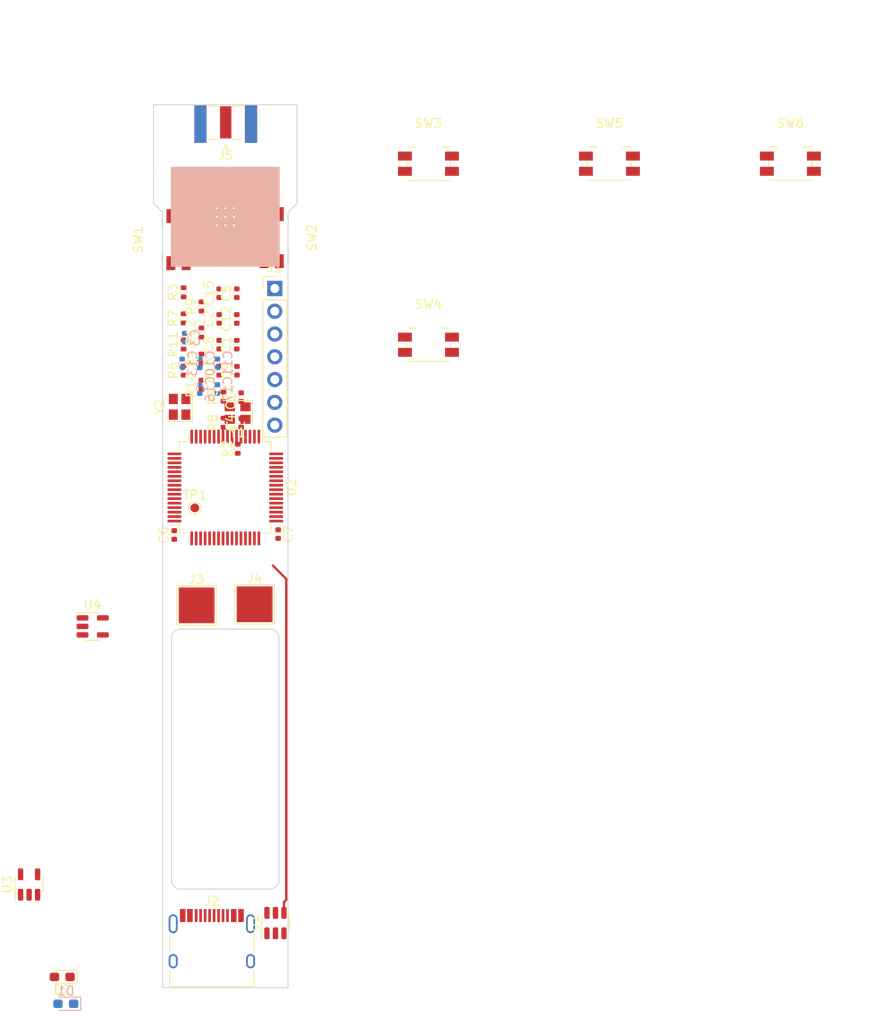
<source format=kicad_pcb>
(kicad_pcb (version 20211014) (generator pcbnew)
  (layers (0 "F.Cu" signal) (31 "B.Cu" signal) (34 "B.Paste" user) (35 "F.Paste" user) (36 "B.SilkS" user "B.Silkscreen") (37 "F.SilkS" user "F.Silkscreen") (38 "B.Mask" user) (39 "F.Mask" user) (44 "Edge.Cuts" user))
  (net 0 "")
  (net 1 "Net-(C1-Pad1)")
  (net 2 "GND")
  (net 3 "Net-(C2-Pad1)")
  (net 4 "Net-(C3-Pad1)")
  (net 5 "+3V3")
  (net 6 "VBUS")
  (net 7 "Net-(C9-Pad1)")
  (net 8 "/BTN1")
  (net 9 "/BTN2")
  (net 10 "+2V5")
  (net 11 "/BTN3")
  (net 12 "Net-(C14-Pad1)")
  (net 13 "/BTN4")
  (net 14 "Net-(C16-Pad1)")
  (net 15 "/BTN5")
  (net 16 "Net-(D1-Pad1)")
  (net 17 "Net-(D2-Pad2)")
  (net 18 "/STM_TX")
  (net 19 "/STM_RX")
  (net 20 "/SWDIO")
  (net 21 "/SWCLK")
  (net 22 "Net-(J2-PadA4)")
  (net 23 "Net-(J2-PadA5)")
  (net 24 "Net-(J2-PadA6)")
  (net 25 "Net-(J2-PadA7)")
  (net 27 "Net-(J2-PadB5)")
  (net 31 "Net-(R5-Pad2)")
  (net 32 "Net-(R6-Pad2)")
  (net 33 "Net-(R7-Pad2)")
  (net 34 "/USB_DP")
  (net 35 "/USB_DM")
  (net 39 "/MOD1_ANA")
  (net 40 "/MOD2_ANA")
  (net 41 "/BOARD_ANA1")
  (net 42 "/BOARD_ANA2")
  (net 44 "/DISP_DB4")
  (net 45 "/MOD1_TXD")
  (net 46 "/MOD1_RXD")
  (net 47 "/MOD1_CS")
  (net 48 "/MOD1_SCLK")
  (net 49 "/MOD1_MISO")
  (net 50 "/MOD1_MOSI")
  (net 51 "/DISP_DB5")
  (net 52 "/DISP_DB6")
  (net 53 "/DISP_DB7")
  (net 54 "/DISP_E")
  (net 55 "/DISP_RS")
  (net 56 "/MOD2_SCL")
  (net 57 "/MOD2_SDA")
  (net 58 "/MOD2_CS")
  (net 59 "/MOD2_SCLK")
  (net 60 "/MOD2_MISO")
  (net 61 "/MOD2_MOSI")
  (net 66 "/DISP_CONTR")
  (net 69 "/BUT_5")
  (net 70 "/ENC_BUT")
  (net 71 "/ENC_A")
  (net 72 "/MOD2_TX")
  (net 73 "/MOD2_RX")
  (net 74 "/BUT_1")
  (net 75 "/BUT_2")
  (net 79 "/STM32_TX")
  (net 80 "/STM32_RX")
  (net 81 "/MODx_SDA")
  (net 82 "/MODx_SCL")
  (footprint "Package_QFP:LQFP-64_10x10mm_P0.5mm" (layer "F.Cu") (at 131 100.2 -90)
    (fp_text reference "U2" (at 0 -7.4 90) (layer "F.SilkS"))
    (fp_text value "STM32F103RFTx")
    (pad "1" smd roundrect (at -5.675 -3.75 270) (size 1.55 0.3) (layers "F.Cu" "F.Paste" "F.Mask") (net 5 "+3V3"))
    (pad "2" smd roundrect (at -5.675 -3.25 270) (size 1.55 0.3) (layers "F.Cu" "F.Paste" "F.Mask"))
    (pad "3" smd roundrect (at -5.675 -2.75 270) (size 1.55 0.3) (layers "F.Cu" "F.Paste" "F.Mask"))
    (pad "4" smd roundrect (at -5.675 -2.25 270) (size 1.55 0.3) (layers "F.Cu" "F.Paste" "F.Mask"))
    (pad "5" smd roundrect (at -5.675 -1.75 270) (size 1.55 0.3) (layers "F.Cu" "F.Paste" "F.Mask") (net 1 "Net-(C1-Pad1)"))
    (pad "6" smd roundrect (at -5.675 -1.25 270) (size 1.55 0.3) (layers "F.Cu" "F.Paste" "F.Mask") (net 3 "Net-(C2-Pad1)"))
    (pad "7" smd roundrect (at -5.675 -0.75 270) (size 1.55 0.3) (layers "F.Cu" "F.Paste" "F.Mask") (net 4 "Net-(C3-Pad1)"))
    (pad "8" smd roundrect (at -5.675 -0.25 270) (size 1.55 0.3) (layers "F.Cu" "F.Paste" "F.Mask") (net 39 "/MOD1_ANA"))
    (pad "9" smd roundrect (at -5.675 0.25 270) (size 1.55 0.3) (layers "F.Cu" "F.Paste" "F.Mask") (net 40 "/MOD2_ANA"))
    (pad "10" smd roundrect (at -5.675 0.75 270) (size 1.55 0.3) (layers "F.Cu" "F.Paste" "F.Mask") (net 41 "/BOARD_ANA1"))
    (pad "11" smd roundrect (at -5.675 1.25 270) (size 1.55 0.3) (layers "F.Cu" "F.Paste" "F.Mask") (net 42 "/BOARD_ANA2"))
    (pad "12" smd roundrect (at -5.675 1.75 270) (size 1.55 0.3) (layers "F.Cu" "F.Paste" "F.Mask") (net 2 "GND"))
    (pad "13" smd roundrect (at -5.675 2.25 270) (size 1.55 0.3) (layers "F.Cu" "F.Paste" "F.Mask") (net 5 "+3V3"))
    (pad "14" smd roundrect (at -5.675 2.75 270) (size 1.55 0.3) (layers "F.Cu" "F.Paste" "F.Mask"))
    (pad "15" smd roundrect (at -5.675 3.25 270) (size 1.55 0.3) (layers "F.Cu" "F.Paste" "F.Mask") (net 44 "/DISP_DB4"))
    (pad "16" smd roundrect (at -5.675 3.75 270) (size 1.55 0.3) (layers "F.Cu" "F.Paste" "F.Mask") (net 45 "/MOD1_TXD"))
    (pad "17" smd roundrect (at -3.75 5.675 270) (size 0.3 1.55) (layers "F.Cu" "F.Paste" "F.Mask") (net 46 "/MOD1_RXD"))
    (pad "18" smd roundrect (at -3.25 5.675 270) (size 0.3 1.55) (layers "F.Cu" "F.Paste" "F.Mask") (net 2 "GND"))
    (pad "19" smd roundrect (at -2.75 5.675 270) (size 0.3 1.55) (layers "F.Cu" "F.Paste" "F.Mask") (net 5 "+3V3"))
    (pad "20" smd roundrect (at -2.25 5.675 270) (size 0.3 1.55) (layers "F.Cu" "F.Paste" "F.Mask") (net 47 "/MOD1_CS"))
    (pad "21" smd roundrect (at -1.75 5.675 270) (size 0.3 1.55) (layers "F.Cu" "F.Paste" "F.Mask") (net 48 "/MOD1_SCLK"))
    (pad "22" smd roundrect (at -1.25 5.675 270) (size 0.3 1.55) (layers "F.Cu" "F.Paste" "F.Mask") (net 49 "/MOD1_MISO"))
    (pad "23" smd roundrect (at -0.75 5.675 270) (size 0.3 1.55) (layers "F.Cu" "F.Paste" "F.Mask") (net 50 "/MOD1_MOSI"))
    (pad "24" smd roundrect (at -0.25 5.675 270) (size 0.3 1.55) (layers "F.Cu" "F.Paste" "F.Mask") (net 51 "/DISP_DB5"))
    (pad "25" smd roundrect (at 0.25 5.675 270) (size 0.3 1.55) (layers "F.Cu" "F.Paste" "F.Mask") (net 52 "/DISP_DB6"))
    (pad "26" smd roundrect (at 0.75 5.675 270) (size 0.3 1.55) (layers "F.Cu" "F.Paste" "F.Mask") (net 53 "/DISP_DB7"))
    (pad "27" smd roundrect (at 1.25 5.675 270) (size 0.3 1.55) (layers "F.Cu" "F.Paste" "F.Mask") (net 54 "/DISP_E"))
    (pad "28" smd roundrect (at 1.75 5.675 270) (size 0.3 1.55) (layers "F.Cu" "F.Paste" "F.Mask") (net 55 "/DISP_RS"))
    (pad "29" smd roundrect (at 2.25 5.675 270) (size 0.3 1.55) (layers "F.Cu" "F.Paste" "F.Mask") (net 56 "/MOD2_SCL"))
    (pad "30" smd roundrect (at 2.75 5.675 270) (size 0.3 1.55) (layers "F.Cu" "F.Paste" "F.Mask") (net 57 "/MOD2_SDA"))
    (pad "31" smd roundrect (at 3.25 5.675 270) (size 0.3 1.55) (layers "F.Cu" "F.Paste" "F.Mask") (net 2 "GND"))
    (pad "32" smd roundrect (at 3.75 5.675 270) (size 0.3 1.55) (layers "F.Cu" "F.Paste" "F.Mask") (net 5 "+3V3"))
    (pad "33" smd roundrect (at 5.675 3.75 270) (size 1.55 0.3) (layers "F.Cu" "F.Paste" "F.Mask") (net 58 "/MOD2_CS"))
    (pad "34" smd roundrect (at 5.675 3.25 270) (size 1.55 0.3) (layers "F.Cu" "F.Paste" "F.Mask") (net 59 "/MOD2_SCLK"))
    (pad "35" smd roundrect (at 5.675 2.75 270) (size 1.55 0.3) (layers "F.Cu" "F.Paste" "F.Mask") (net 60 "/MOD2_MISO"))
    (pad "36" smd roundrect (at 5.675 2.25 270) (size 1.55 0.3) (layers "F.Cu" "F.Paste" "F.Mask") (net 61 "/MOD2_MOSI"))
    (pad "37" smd roundrect (at 5.675 1.75 270) (size 1.55 0.3) (layers "F.Cu" "F.Paste" "F.Mask"))
    (pad "38" smd roundrect (at 5.675 1.25 270) (size 1.55 0.3) (layers "F.Cu" "F.Paste" "F.Mask"))
    (pad "39" smd roundrect (at 5.675 0.75 270) (size 1.55 0.3) (layers "F.Cu" "F.Paste" "F.Mask"))
    (pad "40" smd roundrect (at 5.675 0.25 270) (size 1.55 0.3) (layers "F.Cu" "F.Paste" "F.Mask"))
    (pad "41" smd roundrect (at 5.675 -0.25 270) (size 1.55 0.3) (layers "F.Cu" "F.Paste" "F.Mask") (net 66 "/DISP_CONTR"))
    (pad "42" smd roundrect (at 5.675 -0.75 270) (size 1.55 0.3) (layers "F.Cu" "F.Paste" "F.Mask"))
    (pad "43" smd roundrect (at 5.675 -1.25 270) (size 1.55 0.3) (layers "F.Cu" "F.Paste" "F.Mask"))
    (pad "44" smd roundrect (at 5.675 -1.75 270) (size 1.55 0.3) (layers "F.Cu" "F.Paste" "F.Mask") (net 35 "/USB_DM"))
    (pad "45" smd roundrect (at 5.675 -2.25 270) (size 1.55 0.3) (layers "F.Cu" "F.Paste" "F.Mask") (net 34 "/USB_DP"))
    (pad "46" smd roundrect (at 5.675 -2.75 270) (size 1.55 0.3) (layers "F.Cu" "F.Paste" "F.Mask") (net 69 "/BUT_5"))
    (pad "47" smd roundrect (at 5.675 -3.25 270) (size 1.55 0.3) (layers "F.Cu" "F.Paste" "F.Mask") (net 2 "GND"))
    (pad "48" smd roundrect (at 5.675 -3.75 270) (size 1.55 0.3) (layers "F.Cu" "F.Paste" "F.Mask") (net 5 "+3V3"))
    (pad "49" smd roundrect (at 3.75 -5.675 270) (size 0.3 1.55) (layers "F.Cu" "F.Paste" "F.Mask") (net 70 "/ENC_BUT"))
    (pad "50" smd roundrect (at 3.25 -5.675 270) (size 0.3 1.55) (layers "F.Cu" "F.Paste" "F.Mask") (net 71 "/ENC_A"))
    (pad "51" smd roundrect (at 2.75 -5.675 270) (size 0.3 1.55) (layers "F.Cu" "F.Paste" "F.Mask") (net 72 "/MOD2_TX"))
    (pad "52" smd roundrect (at 2.25 -5.675 270) (size 0.3 1.55) (layers "F.Cu" "F.Paste" "F.Mask") (net 73 "/MOD2_RX"))
    (pad "53" smd roundrect (at 1.75 -5.675 270) (size 0.3 1.55) (layers "F.Cu" "F.Paste" "F.Mask") (net 74 "/BUT_1"))
    (pad "54" smd roundrect (at 1.25 -5.675 270) (size 0.3 1.55) (layers "F.Cu" "F.Paste" "F.Mask") (net 75 "/BUT_2"))
    (pad "55" smd roundrect (at 0.75 -5.675 270) (size 0.3 1.55) (layers "F.Cu" "F.Paste" "F.Mask"))
    (pad "56" smd roundrect (at 0.25 -5.675 270) (size 0.3 1.55) (layers "F.Cu" "F.Paste" "F.Mask"))
    (pad "57" smd roundrect (at -0.25 -5.675 270) (size 0.3 1.55) (layers "F.Cu" "F.Paste" "F.Mask"))
    (pad "58" smd roundrect (at -0.75 -5.675 270) (size 0.3 1.55) (layers "F.Cu" "F.Paste" "F.Mask") (net 79 "/STM32_TX"))
    (pad "59" smd roundrect (at -1.25 -5.675 270) (size 0.3 1.55) (layers "F.Cu" "F.Paste" "F.Mask") (net 80 "/STM32_RX"))
    (pad "60" smd roundrect (at -1.75 -5.675 270) (size 0.3 1.55) (layers "F.Cu" "F.Paste" "F.Mask") (net 31 "Net-(R5-Pad2)"))
    (pad "61" smd roundrect (at -2.25 -5.675 270) (size 0.3 1.55) (layers "F.Cu" "F.Paste" "F.Mask") (net 81 "/MODx_SDA"))
    (pad "62" smd roundrect (at -2.75 -5.675 270) (size 0.3 1.55) (layers "F.Cu" "F.Paste" "F.Mask") (net 82 "/MODx_SCL"))
    (pad "63" smd roundrect (at -3.25 -5.675 270) (size 0.3 1.55) (layers "F.Cu" "F.Paste" "F.Mask") (net 2 "GND"))
    (pad "64" smd roundrect (at -3.75 -5.675 270) (size 0.3 1.55) (layers "F.Cu" "F.Paste" "F.Mask") (net 5 "+3V3"))
  )
  (footprint "Capacitor_SMD:C_0402_1005Metric" (layer "F.Cu") (at 125.3 105.5 90)
    (fp_text reference "C6" (at 0 -1.16 90) (layer "F.SilkS"))
    (fp_text value "100n")
    (pad "1" smd roundrect (at -0.48 0 90) (size 0.56 0.62) (layers "F.Cu" "F.Paste" "F.Mask") (net 2 "GND"))
    (pad "2" smd roundrect (at 0.48 0 90) (size 0.56 0.62) (layers "F.Cu" "F.Paste" "F.Mask") (net 5 "+3V3"))
  )
  (footprint "Connector_PinHeader_2.54mm:PinHeader_1x07_P2.54mm_Vertical" (layer "F.Cu") (at 136.525 78)
    (fp_text reference "J1" (at 0 -2.33) (layer "F.SilkS"))
    (fp_text value "Conn_01x07")
    (pad "1" thru_hole rect (at 0 0) (size 1.7 1.7) (drill 1) (layers *.Cu *.Mask) (net 5 "+3V3"))
    (pad "2" thru_hole oval (at 0 2.54) (size 1.7 1.7) (drill 1) (layers *.Cu *.Mask) (net 18 "/STM_TX"))
    (pad "3" thru_hole oval (at 0 5.08) (size 1.7 1.7) (drill 1) (layers *.Cu *.Mask) (net 19 "/STM_RX"))
    (pad "4" thru_hole oval (at 0 7.62) (size 1.7 1.7) (drill 1) (layers *.Cu *.Mask) (net 2 "GND"))
    (pad "5" thru_hole oval (at 0 10.16) (size 1.7 1.7) (drill 1) (layers *.Cu *.Mask) (net 20 "/SWDIO"))
    (pad "6" thru_hole oval (at 0 12.7) (size 1.7 1.7) (drill 1) (layers *.Cu *.Mask) (net 21 "/SWCLK"))
    (pad "7" thru_hole oval (at 0 15.24) (size 1.7 1.7) (drill 1) (layers *.Cu *.Mask) (net 2 "GND"))
  )
  (footprint "Resistor_SMD:R_0402_1005Metric" (layer "F.Cu") (at 128.335 88.735 90)
    (fp_text reference "R10" (at 0 -1.17 90) (layer "F.SilkS"))
    (fp_text value "10k")
    (pad "1" smd roundrect (at -0.51 0 90) (size 0.54 0.64) (layers "F.Cu" "F.Paste" "F.Mask") (net 2 "GND"))
    (pad "2" smd roundrect (at 0.51 0 90) (size 0.54 0.64) (layers "F.Cu" "F.Paste" "F.Mask") (net 9 "/BTN2"))
  )
  (footprint "Button_Switch_SMD:Panasonic_EVQPUJ_EVQPUA" (layer "F.Cu") (at 173.88 64.075)
    (fp_text reference "SW5" (at 0 -4.5) (layer "F.SilkS"))
    (fp_text value "BTN")
    (pad "1" smd rect (at 2.625 -0.85 180) (size 1.55 1) (layers "F.Cu" "F.Paste" "F.Mask") (net 13 "/BTN4"))
    (pad "1" smd rect (at -2.625 -0.85 180) (size 1.55 1) (layers "F.Cu" "F.Paste" "F.Mask") (net 13 "/BTN4"))
    (pad "2" smd rect (at 2.625 0.85 180) (size 1.55 1) (layers "F.Cu" "F.Paste" "F.Mask") (net 5 "+3V3"))
    (pad "2" smd rect (at -2.625 0.85 180) (size 1.55 1) (layers "F.Cu" "F.Paste" "F.Mask") (net 5 "+3V3"))
  )
  (footprint "Button_Switch_SMD:Panasonic_EVQPUJ_EVQPUA" (layer "F.Cu") (at 136.175 72.325 -90)
    (fp_text reference "SW2" (at 0 -4.5 90) (layer "F.SilkS"))
    (fp_text value "BTN")
    (pad "1" smd rect (at 2.625 -0.85 90) (size 1.55 1) (layers "F.Cu" "F.Paste" "F.Mask") (net 8 "/BTN1"))
    (pad "1" smd rect (at -2.625 -0.85 90) (size 1.55 1) (layers "F.Cu" "F.Paste" "F.Mask") (net 8 "/BTN1"))
    (pad "2" smd rect (at -2.625 0.85 90) (size 1.55 1) (layers "F.Cu" "F.Paste" "F.Mask") (net 5 "+3V3"))
    (pad "2" smd rect (at 2.625 0.85 90) (size 1.55 1) (layers "F.Cu" "F.Paste" "F.Mask") (net 5 "+3V3"))
  )
  (footprint "Capacitor_SMD:C_0402_1005Metric" (layer "F.Cu") (at 132.775 92.995 90)
    (fp_text reference "C4" (at 0 -1.16 90) (layer "F.SilkS"))
    (fp_text value "100n")
    (pad "1" smd roundrect (at -0.48 0 90) (size 0.56 0.62) (layers "F.Cu" "F.Paste" "F.Mask") (net 2 "GND"))
    (pad "2" smd roundrect (at 0.48 0 90) (size 0.56 0.62) (layers "F.Cu" "F.Paste" "F.Mask") (net 5 "+3V3"))
  )
  (footprint "Package_TO_SOT_SMD:SOT-23-5" (layer "F.Cu") (at 109.1 144.5 90)
    (fp_text reference "U3" (at 0 -2.4 90) (layer "F.SilkS"))
    (fp_text value "MCP73831-2-OT")
    (pad "1" smd roundrect (at -1.1375 -0.95 90) (size 1.325 0.6) (layers "F.Cu" "F.Paste" "F.Mask") (net 33 "Net-(R7-Pad2)"))
    (pad "2" smd roundrect (at -1.1375 0 90) (size 1.325 0.6) (layers "F.Cu" "F.Paste" "F.Mask") (net 2 "GND"))
    (pad "3" smd roundrect (at -1.1375 0.95 90) (size 1.325 0.6) (layers "F.Cu" "F.Paste" "F.Mask") (net 7 "Net-(C9-Pad1)"))
    (pad "4" smd roundrect (at 1.1375 0.95 90) (size 1.325 0.6) (layers "F.Cu" "F.Paste" "F.Mask") (net 6 "VBUS"))
    (pad "5" smd roundrect (at 1.1375 -0.95 90) (size 1.325 0.6) (layers "F.Cu" "F.Paste" "F.Mask") (net 32 "Net-(R6-Pad2)"))
  )
  (footprint "Resistor_SMD:R_0402_1005Metric" (layer "F.Cu") (at 126.345 78.425 90)
    (fp_text reference "R3" (at 0 -1.17 90) (layer "F.SilkS"))
    (fp_text value "100k")
    (pad "1" smd roundrect (at -0.51 0 90) (size 0.54 0.64) (layers "F.Cu" "F.Paste" "F.Mask") (net 4 "Net-(C3-Pad1)"))
    (pad "2" smd roundrect (at 0.51 0 90) (size 0.54 0.64) (layers "F.Cu" "F.Paste" "F.Mask") (net 5 "+3V3"))
  )
  (footprint "Capacitor_SMD:C_0402_1005Metric" (layer "F.Cu") (at 132.305 87.175 90)
    (fp_text reference "C9" (at 0 -1.16 90) (layer "F.SilkS"))
    (fp_text value "10u")
    (pad "1" smd roundrect (at -0.48 0 90) (size 0.56 0.62) (layers "F.Cu" "F.Paste" "F.Mask") (net 7 "Net-(C9-Pad1)"))
    (pad "2" smd roundrect (at 0.48 0 90) (size 0.56 0.62) (layers "F.Cu" "F.Paste" "F.Mask") (net 2 "GND"))
  )
  (footprint "Capacitor_SMD:C_0402_1005Metric" (layer "F.Cu") (at 130.315 81.395 90)
    (fp_text reference "C2" (at 0 -1.16 90) (layer "F.SilkS"))
    (fp_text value "20p")
    (pad "1" smd roundrect (at -0.48 0 90) (size 0.56 0.62) (layers "F.Cu" "F.Paste" "F.Mask") (net 3 "Net-(C2-Pad1)"))
    (pad "2" smd roundrect (at 0.48 0 90) (size 0.56 0.62) (layers "F.Cu" "F.Paste" "F.Mask") (net 2 "GND"))
  )
  (footprint "Resistor_SMD:R_0402_1005Metric" (layer "F.Cu") (at 128.335 85.825 90)
    (fp_text reference "R4" (at 0 -1.17 90) (layer "F.SilkS"))
    (fp_text value "10k")
    (pad "1" smd roundrect (at -0.51 0 90) (size 0.54 0.64) (layers "F.Cu" "F.Paste" "F.Mask") (net 23 "Net-(J2-PadA5)"))
    (pad "2" smd roundrect (at 0.51 0 90) (size 0.54 0.64) (layers "F.Cu" "F.Paste" "F.Mask") (net 2 "GND"))
  )
  (footprint "Resistor_SMD:R_0402_1005Metric" (layer "F.Cu") (at 130.795 90.065 90)
    (fp_text reference "R5" (at 0 -1.17 90) (layer "F.SilkS"))
    (fp_text value "10k")
    (pad "1" smd roundrect (at -0.51 0 90) (size 0.54 0.64) (layers "F.Cu" "F.Paste" "F.Mask") (net 2 "GND"))
    (pad "2" smd roundrect (at 0.51 0 90) (size 0.54 0.64) (layers "F.Cu" "F.Paste" "F.Mask") (net 31 "Net-(R5-Pad2)"))
  )
  (footprint "Resistor_SMD:R_0402_1005Metric" (layer "F.Cu") (at 130.795 92.975 90)
    (fp_text reference "R8" (at 0 -1.17 90) (layer "F.SilkS"))
    (fp_text value "2k")
    (pad "1" smd roundrect (at -0.51 0 90) (size 0.54 0.64) (layers "F.Cu" "F.Paste" "F.Mask") (net 17 "Net-(D2-Pad2)"))
    (pad "2" smd roundrect (at 0.51 0 90) (size 0.54 0.64) (layers "F.Cu" "F.Paste" "F.Mask") (net 33 "Net-(R7-Pad2)"))
  )
  (footprint "LED_SMD:LED_0603_1608Metric_Pad1.05x0.95mm_HandSolder" (layer "F.Cu") (at 112.8 154.8 180)
    (fp_text reference "D2" (at 0 -1.43) (layer "F.SilkS"))
    (fp_text value "LED")
    (pad "1" smd roundrect (at -0.875 0 180) (size 1.05 0.95) (layers "F.Cu" "F.Paste" "F.Mask") (net 2 "GND"))
    (pad "2" smd roundrect (at 0.875 0 180) (size 1.05 0.95) (layers "F.Cu" "F.Paste" "F.Mask") (net 17 "Net-(D2-Pad2)"))
  )
  (footprint "Package_DFN_QFN:Texas_S-PVQFN-N20_EP2.4x2.4mm_ThermalVias" (layer "F.Cu") (at 131 70)
    (fp_text reference "U5" (at 0 -3.32) (layer "F.SilkS"))
    (fp_text value "CC1101")
    (pad "1" smd roundrect (at -1.8875 -1) (size 0.975 0.25) (layers "F.Cu" "F.Paste" "F.Mask"))
    (pad "2" smd roundrect (at -1.8875 -0.5) (size 0.975 0.25) (layers "F.Cu" "F.Paste" "F.Mask"))
    (pad "3" smd roundrect (at -1.8875 0) (size 0.975 0.25) (layers "F.Cu" "F.Paste" "F.Mask"))
    (pad "4" smd roundrect (at -1.8875 0.5) (size 0.975 0.25) (layers "F.Cu" "F.Paste" "F.Mask"))
    (pad "5" smd roundrect (at -1.8875 1) (size 0.975 0.25) (layers "F.Cu" "F.Paste" "F.Mask"))
    (pad "6" smd roundrect (at -1 1.8875) (size 0.25 0.975) (layers "F.Cu" "F.Paste" "F.Mask"))
    (pad "7" smd roundrect (at -0.5 1.8875) (size 0.25 0.975) (layers "F.Cu" "F.Paste" "F.Mask"))
    (pad "8" smd roundrect (at 0 1.8875) (size 0.25 0.975) (layers "F.Cu" "F.Paste" "F.Mask") (net 12 "Net-(C14-Pad1)"))
    (pad "9" smd roundrect (at 0.5 1.8875) (size 0.25 0.975) (layers "F.Cu" "F.Paste" "F.Mask"))
    (pad "10" smd roundrect (at 1 1.8875) (size 0.25 0.975) (layers "F.Cu" "F.Paste" "F.Mask") (net 14 "Net-(C16-Pad1)"))
    (pad "11" smd roundrect (at 1.8875 1) (size 0.975 0.25) (layers "F.Cu" "F.Paste" "F.Mask"))
    (pad "12" smd roundrect (at 1.8875 0.5) (size 0.975 0.25) (layers "F.Cu" "F.Paste" "F.Mask"))
    (pad "13" smd roundrect (at 1.8875 0) (size 0.975 0.25) (layers "F.Cu" "F.Paste" "F.Mask"))
    (pad "14" smd roundrect (at 1.8875 -0.5) (size 0.975 0.25) (layers "F.Cu" "F.Paste" "F.Mask"))
    (pad "15" smd roundrect (at 1.8875 -1) (size 0.975 0.25) (layers "F.Cu" "F.Paste" "F.Mask"))
    (pad "16" smd roundrect (at 1 -1.8875) (size 0.25 0.975) (layers "F.Cu" "F.Paste" "F.Mask"))
    (pad "17" smd roundrect (at 0.5 -1.8875) (size 0.25 0.975) (layers "F.Cu" "F.Paste" "F.Mask"))
    (pad "18" smd roundrect (at 0 -1.8875) (size 0.25 0.975) (layers "F.Cu" "F.Paste" "F.Mask"))
    (pad "19" smd roundrect (at -0.5 -1.8875) (size 0.25 0.975) (layers "F.Cu" "F.Paste" "F.Mask"))
    (pad "20" smd roundrect (at -1 -1.8875) (size 0.25 0.975) (layers "F.Cu" "F.Paste" "F.Mask"))
    (pad "21" thru_hole circle (at 0 0.95) (size 0.5 0.5) (drill 0.2) (layers *.Cu))
    (pad "21" thru_hole circle (at 0.95 0) (size 0.5 0.5) (drill 0.2) (layers *.Cu))
    (pad "21" thru_hole circle (at -0.95 -0.95) (size 0.5 0.5) (drill 0.2) (layers *.Cu))
    (pad "21" smd rect (at 0 0) (size 2.4 2.4) (layers "B.Cu"))
    (pad "21" thru_hole circle (at 0.95 0.95) (size 0.5 0.5) (drill 0.2) (layers *.Cu))
    (pad "21" thru_hole circle (at 0.95 -0.95) (size 0.5 0.5) (drill 0.2) (layers *.Cu))
    (pad "21" thru_hole circle (at 0 -0.95) (size 0.5 0.5) (drill 0.2) (layers *.Cu))
    (pad "21" thru_hole circle (at 0 0) (size 0.5 0.5) (drill 0.2) (layers *.Cu))
    (pad "21" thru_hole circle (at -0.95 0.95) (size 0.5 0.5) (drill 0.2) (layers *.Cu))
    (pad "21" thru_hole circle (at -0.95 0) (size 0.5 0.5) (drill 0.2) (layers *.Cu))
    (pad "21" smd rect (at 0 0) (size 2.4 2.4) (layers "F.Cu" "F.Mask"))
  )
  (footprint "Resistor_SMD:R_0402_1005Metric" (layer "F.Cu") (at 126.345 81.335 90)
    (fp_text reference "R7" (at 0 -1.17 90) (layer "F.SilkS"))
    (fp_text value "2k")
    (pad "1" smd roundrect (at -0.51 0 90) (size 0.54 0.64) (layers "F.Cu" "F.Paste" "F.Mask") (net 16 "Net-(D1-Pad1)"))
    (pad "2" smd roundrect (at 0.51 0 90) (size 0.54 0.64) (layers "F.Cu" "F.Paste" "F.Mask") (net 33 "Net-(R7-Pad2)"))
  )
  (footprint "Capacitor_SMD:C_0402_1005Metric" (layer "F.Cu") (at 132.775 90.125 90)
    (fp_text reference "C14" (at 0 -1.16 90) (layer "F.SilkS"))
    (fp_text value "20p")
    (pad "1" smd roundrect (at -0.48 0 90) (size 0.56 0.62) (layers "F.Cu" "F.Paste" "F.Mask") (net 12 "Net-(C14-Pad1)"))
    (pad "2" smd roundrect (at 0.48 0 90) (size 0.56 0.62) (layers "F.Cu" "F.Paste" "F.Mask") (net 2 "GND"))
  )
  (footprint "Button_Switch_SMD:Panasonic_EVQPUJ_EVQPUA" (layer "F.Cu") (at 125.775 72.55 90)
    (fp_text reference "SW1" (at 0 -4.5 90) (layer "F.SilkS"))
    (fp_text value "BUT_SMD")
    (pad "1" smd rect (at 2.625 -0.85 270) (size 1.55 1) (layers "F.Cu" "F.Paste" "F.Mask") (net 2 "GND"))
    (pad "1" smd rect (at -2.625 -0.85 270) (size 1.55 1) (layers "F.Cu" "F.Paste" "F.Mask") (net 2 "GND"))
    (pad "2" smd rect (at -2.625 0.85 270) (size 1.55 1) (layers "F.Cu" "F.Paste" "F.Mask") (net 4 "Net-(C3-Pad1)"))
    (pad "2" smd rect (at 2.625 0.85 270) (size 1.55 1) (layers "F.Cu" "F.Paste" "F.Mask") (net 4 "Net-(C3-Pad1)"))
  )
  (footprint "Button_Switch_SMD:Panasonic_EVQPUJ_EVQPUA" (layer "F.Cu") (at 153.68 84.275)
    (fp_text reference "SW4" (at 0 -4.5) (layer "F.SilkS"))
    (fp_text value "BTN")
    (pad "1" smd rect (at -2.625 -0.85 180) (size 1.55 1) (layers "F.Cu" "F.Paste" "F.Mask") (net 11 "/BTN3"))
    (pad "1" smd rect (at 2.625 -0.85 180) (size 1.55 1) (layers "F.Cu" "F.Paste" "F.Mask") (net 11 "/BTN3"))
    (pad "2" smd rect (at -2.625 0.85 180) (size 1.55 1) (layers "F.Cu" "F.Paste" "F.Mask") (net 5 "+3V3"))
    (pad "2" smd rect (at 2.625 0.85 180) (size 1.55 1) (layers "F.Cu" "F.Paste" "F.Mask") (net 5 "+3V3"))
  )
  (footprint "TestPoint:TestPoint_Pad_4.0x4.0mm" (layer "F.Cu") (at 134.275 113.225)
    (fp_text reference "J4" (at 0 -2.898) (layer "F.SilkS"))
    (fp_text value "BAT_GND")
    (pad "1" smd rect (at 0 0) (size 4 4) (layers "F.Cu" "F.Mask") (net 2 "GND"))
  )
  (footprint "Button_Switch_SMD:Panasonic_EVQPUJ_EVQPUA" (layer "F.Cu") (at 153.68 64.075)
    (fp_text reference "SW3" (at 0 -4.5) (layer "F.SilkS"))
    (fp_text value "BTN")
    (pad "1" smd rect (at -2.625 -0.85 180) (size 1.55 1) (layers "F.Cu" "F.Paste" "F.Mask") (net 9 "/BTN2"))
    (pad "1" smd rect (at 2.625 -0.85 180) (size 1.55 1) (layers "F.Cu" "F.Paste" "F.Mask") (net 9 "/BTN2"))
    (pad "2" smd rect (at 2.625 0.85 180) (size 1.55 1) (layers "F.Cu" "F.Paste" "F.Mask") (net 5 "+3V3"))
    (pad "2" smd rect (at -2.625 0.85 180) (size 1.55 1) (layers "F.Cu" "F.Paste" "F.Mask") (net 5 "+3V3"))
  )
  (footprint "Resistor_SMD:R_0402_1005Metric" (layer "F.Cu") (at 130.325 87.155 90)
    (fp_text reference "R13" (at 0 -1.17 90) (layer "F.SilkS"))
    (fp_text value "10k")
    (pad "1" smd roundrect (at -0.51 0 90) (size 0.54 0.64) (layers "F.Cu" "F.Paste" "F.Mask") (net 2 "GND"))
    (pad "2" smd roundrect (at 0.51 0 90) (size 0.54 0.64) (layers "F.Cu" "F.Paste" "F.Mask") (net 15 "/BTN5"))
  )
  (footprint "Capacitor_SMD:C_0402_1005Metric" (layer "F.Cu") (at 130.315 78.525 90)
    (fp_text reference "C15" (at 0 -1.16 90) (layer "F.SilkS"))
    (fp_text value "100n")
    (pad "1" smd roundrect (at -0.48 0 90) (size 0.56 0.62) (layers "F.Cu" "F.Paste" "F.Mask") (net 13 "/BTN4"))
    (pad "2" smd roundrect (at 0.48 0 90) (size 0.56 0.62) (layers "F.Cu" "F.Paste" "F.Mask") (net 2 "GND"))
  )
  (footprint "Connector_Coaxial:SMA_Samtec_SMA-J-P-X-ST-EM1_EdgeMount" (layer "F.Cu") (at 131.05 59.6625 180)
    (fp_text reference "J5" (at 0 -3.5) (layer "F.SilkS"))
    (fp_text value "Conn_Coaxial")
    (pad "1" smd rect (at 0 0.2 180) (size 1.27 3.6) (layers "F.Cu" "F.Paste" "F.Mask"))
    (pad "2" smd rect (at -2.825 0 180) (size 1.35 4.2) (layers "B.Cu" "B.Paste" "B.Mask"))
    (pad "2" smd rect (at 2.825 0 180) (size 1.35 4.2) (layers "F.Cu" "F.Paste" "F.Mask"))
    (pad "2" smd rect (at -2.825 0 180) (size 1.35 4.2) (layers "F.Cu" "F.Paste" "F.Mask"))
    (pad "2" smd rect (at 2.825 0 180) (size 1.35 4.2) (layers "B.Cu" "B.Paste" "B.Mask"))
  )
  (footprint "Capacitor_SMD:C_0402_1005Metric" (layer "F.Cu") (at 132.285 78.525 90)
    (fp_text reference "C5" (at 0 -1.16 90) (layer "F.SilkS"))
    (fp_text value "100n")
    (pad "1" smd roundrect (at -0.48 0 90) (size 0.56 0.62) (layers "F.Cu" "F.Paste" "F.Mask") (net 2 "GND"))
    (pad "2" smd roundrect (at 0.48 0 90) (size 0.56 0.62) (layers "F.Cu" "F.Paste" "F.Mask") (net 5 "+3V3"))
  )
  (footprint "Connector_USB:USB_C_Receptacle_HRO_TYPE-C-31-M-12" (layer "F.Cu") (at 129.5 152)
    (fp_text reference "J2" (at 0 -5.645) (layer "F.SilkS"))
    (fp_text value "USB_C_Receptacle_USB2.0")
    (pad "" np_thru_hole circle (at 2.89 -2.6) (size 0.65 0.65) (drill 0.65) (layers *.Cu *.Mask))
    (pad "" np_thru_hole circle (at -2.89 -2.6) (size 0.65 0.65) (drill 0.65) (layers *.Cu *.Mask))
    (pad "A1" smd rect (at -3.25 -4.045) (size 0.6 1.45) (layers "F.Cu" "F.Paste" "F.Mask") (net 2 "GND"))
    (pad "A4" smd rect (at -2.45 -4.045) (size 0.6 1.45) (layers "F.Cu" "F.Paste" "F.Mask") (net 22 "Net-(J2-PadA4)"))
    (pad "A5" smd rect (at -1.25 -4.045) (size 0.3 1.45) (layers "F.Cu" "F.Paste" "F.Mask") (net 23 "Net-(J2-PadA5)"))
    (pad "A6" smd rect (at -0.25 -4.045) (size 0.3 1.45) (layers "F.Cu" "F.Paste" "F.Mask") (net 24 "Net-(J2-PadA6)"))
    (pad "A7" smd rect (at 0.25 -4.045) (size 0.3 1.45) (layers "F.Cu" "F.Paste" "F.Mask") (net 25 "Net-(J2-PadA7)"))
    (pad "A8" smd rect (at 1.25 -4.045) (size 0.3 1.45) (layers "F.Cu" "F.Paste" "F.Mask"))
    (pad "A9" smd rect (at 2.45 -4.045) (size 0.6 1.45) (layers "F.Cu" "F.Paste" "F.Mask") (net 22 "Net-(J2-PadA4)"))
    (pad "A12" smd rect (at 3.25 -4.045) (size 0.6 1.45) (layers "F.Cu" "F.Paste" "F.Mask") (net 2 "GND"))
    (pad "B1" smd rect (at 3.25 -4.045) (size 0.6 1.45) (layers "F.Cu" "F.Paste" "F.Mask") (net 2 "GND"))
    (pad "B4" smd rect (at 2.45 -4.045) (size 0.6 1.45) (layers "F.Cu" "F.Paste" "F.Mask") (net 22 "Net-(J2-PadA4)"))
    (pad "B5" smd rect (at 1.75 -4.045) (size 0.3 1.45) (layers "F.Cu" "F.Paste" "F.Mask") (net 27 "Net-(J2-PadB5)"))
    (pad "B6" smd rect (at 0.75 -4.045) (size 0.3 1.45) (layers "F.Cu" "F.Paste" "F.Mask") (net 24 "Net-(J2-PadA6)"))
    (pad "B7" smd rect (at -0.75 -4.045) (size 0.3 1.45) (layers "F.Cu" "F.Paste" "F.Mask") (net 25 "Net-(J2-PadA7)"))
    (pad "B8" smd rect (at -1.75 -4.045) (size 0.3 1.45) (layers "F.Cu" "F.Paste" "F.Mask"))
    (pad "B9" smd rect (at -2.45 -4.045) (size 0.6 1.45) (layers "F.Cu" "F.Paste" "F.Mask") (net 22 "Net-(J2-PadA4)"))
    (pad "B12" smd rect (at -3.25 -4.045) (size 0.6 1.45) (layers "F.Cu" "F.Paste" "F.Mask") (net 2 "GND"))
    (pad "S1" thru_hole oval (at -4.32 1.05) (size 1 1.6) (drill oval 0.6 1.2) (layers *.Cu *.Mask) (net 2 "GND"))
    (pad "S1" thru_hole oval (at 4.32 -3.13) (size 1 2.1) (drill oval 0.6 1.7) (layers *.Cu *.Mask) (net 2 "GND"))
    (pad "S1" thru_hole oval (at 4.32 1.05) (size 1 1.6) (drill oval 0.6 1.2) (layers *.Cu *.Mask) (net 2 "GND"))
    (pad "S1" thru_hole oval (at -4.32 -3.13) (size 1 2.1) (drill oval 0.6 1.7) (layers *.Cu *.Mask) (net 2 "GND"))
  )
  (footprint "Resistor_SMD:R_0402_1005Metric" (layer "F.Cu") (at 128.335 80.005 90)
    (fp_text reference "R9" (at 0 -1.17 90) (layer "F.SilkS"))
    (fp_text value "10k")
    (pad "1" smd roundrect (at -0.51 0 90) (size 0.54 0.64) (layers "F.Cu" "F.Paste" "F.Mask") (net 2 "GND"))
    (pad "2" smd roundrect (at 0.51 0 90) (size 0.54 0.64) (layers "F.Cu" "F.Paste" "F.Mask") (net 8 "/BTN1"))
  )
  (footprint "Capacitor_SMD:C_0402_1005Metric" (layer "F.Cu") (at 130.315 84.265 90)
    (fp_text reference "C8" (at 0 -1.16 90) (layer "F.SilkS"))
    (fp_text value "10u")
    (pad "1" smd roundrect (at -0.48 0 90) (size 0.56 0.62) (layers "F.Cu" "F.Paste" "F.Mask") (net 6 "VBUS"))
    (pad "2" smd roundrect (at 0.48 0 90) (size 0.56 0.62) (layers "F.Cu" "F.Paste" "F.Mask") (net 2 "GND"))
  )
  (footprint "Package_TO_SOT_SMD:SOT-23-6" (layer "F.Cu") (at 136.6 148.8 90)
    (fp_text reference "U1" (at 0 -2.4 90) (layer "F.SilkS"))
    (fp_text value "USBLC6-2SC6")
    (pad "1" smd roundrect (at -1.1375 -0.95 90) (size 1.325 0.6) (layers "F.Cu" "F.Paste" "F.Mask") (net 25 "Net-(J2-PadA7)"))
    (pad "2" smd roundrect (at -1.1375 0 90) (size 1.325 0.6) (layers "F.Cu" "F.Paste" "F.Mask") (net 2 "GND"))
    (pad "3" smd roundrect (at -1.1375 0.95 90) (size 1.325 0.6) (layers "F.Cu" "F.Paste" "F.Mask") (net 24 "Net-(J2-PadA6)"))
    (pad "4" smd roundrect (at 1.1375 0.95 90) (size 1.325 0.6) (layers "F.Cu" "F.Paste" "F.Mask") (net 34 "/USB_DP"))
    (pad "5" smd roundrect (at 1.1375 0 90) (size 1.325 0.6) (layers "F.Cu" "F.Paste" "F.Mask") (net 22 "Net-(J2-PadA4)"))
    (pad "6" smd roundrect (at 1.1375 -0.95 90) (size 1.325 0.6) (layers "F.Cu" "F.Paste" "F.Mask") (net 35 "/USB_DM"))
  )
  (footprint "Resistor_SMD:R_0402_1005Metric" (layer "F.Cu") (at 132.395 95.885 90)
    (fp_text reference "R2" (at 0 -1.17 90) (layer "F.SilkS"))
    (fp_text value "10k")
    (pad "1" smd roundrect (at -0.51 0 90) (size 0.54 0.64) (layers "F.Cu" "F.Paste" "F.Mask") (net 2 "GND"))
    (pad "2" smd roundrect (at 0.51 0 90) (size 0.54 0.64) (layers "F.Cu" "F.Paste" "F.Mask") (net 27 "Net-(J2-PadB5)"))
  )
  (footprint "Package_TO_SOT_SMD:SOT-23-5" (layer "F.Cu") (at 116.2 115.7)
    (fp_text reference "U4" (at 0 -2.4) (layer "F.SilkS"))
    (fp_text value "XC6210B332MR")
    (pad "1" smd roundrect (at -1.1375 -0.95) (size 1.325 0.6) (layers "F.Cu" "F.Paste" "F.Mask") (net 7 "Net-(C9-Pad1)"))
    (pad "2" smd roundrect (at -1.1375 0) (size 1.325 0.6) (layers "F.Cu" "F.Paste" "F.Mask") (net 2 "GND"))
    (pad "3" smd roundrect (at -1.1375 0.95) (size 1.325 0.6) (layers "F.Cu" "F.Paste" "F.Mask") (net 7 "Net-(C9-Pad1)"))
    (pad "4" smd roundrect (at 1.1375 0.95) (size 1.325 0.6) (layers "F.Cu" "F.Paste" "F.Mask"))
    (pad "5" smd roundrect (at 1.1375 -0.95) (size 1.325 0.6) (layers "F.Cu" "F.Paste" "F.Mask") (net 10 "+2V5"))
  )
  (footprint "Button_Switch_SMD:Panasonic_EVQPUJ_EVQPUA" (layer "F.Cu") (at 194.08 64.075)
    (fp_text reference "SW6" (at 0 -4.5) (layer "F.SilkS"))
    (fp_text value "BTN")
    (pad "1" smd rect (at -2.625 -0.85 180) (size 1.55 1) (layers "F.Cu" "F.Paste" "F.Mask") (net 15 "/BTN5"))
    (pad "1" smd rect (at 2.625 -0.85 180) (size 1.55 1) (layers "F.Cu" "F.Paste" "F.Mask") (net 15 "/BTN5"))
    (pad "2" smd rect (at -2.625 0.85 180) (size 1.55 1) (layers "F.Cu" "F.Paste" "F.Mask") (net 5 "+3V3"))
    (pad "2" smd rect (at 2.625 0.85 180) (size 1.55 1) (layers "F.Cu" "F.Paste" "F.Mask") (net 5 "+3V3"))
  )
  (footprint "TestPoint:TestPoint_Pad_D1.0mm" (layer "F.Cu") (at 127.6 102.475)
    (fp_text reference "TP1" (at 0 -1.448) (layer "F.SilkS"))
    (fp_text value "STM_BOOT0")
    (pad "1" smd circle (at 0 0) (size 1 1) (layers "F.Cu" "F.Mask") (net 31 "Net-(R5-Pad2)"))
  )
  (footprint "TestPoint:TestPoint_Pad_4.0x4.0mm" (layer "F.Cu") (at 127.8 113.35)
    (fp_text reference "J3" (at 0 -2.898) (layer "F.SilkS"))
    (fp_text value "BAT_V")
    (pad "1" smd rect (at 0 0) (size 4 4) (layers "F.Cu" "F.Mask") (net 7 "Net-(C9-Pad1)"))
  )
  (footprint "Resistor_SMD:R_0402_1005Metric" (layer "F.Cu") (at 128.335 82.915 90)
    (fp_text reference "R12" (at 0 -1.17 90) (layer "F.SilkS"))
    (fp_text value "10k")
    (pad "1" smd roundrect (at -0.51 0 90) (size 0.54 0.64) (layers "F.Cu" "F.Paste" "F.Mask") (net 2 "GND"))
    (pad "2" smd roundrect (at 0.51 0 90) (size 0.54 0.64) (layers "F.Cu" "F.Paste" "F.Mask") (net 13 "/BTN4"))
  )
  (footprint "Capacitor_SMD:C_0402_1005Metric" (layer "F.Cu") (at 132.285 81.395 90)
    (fp_text reference "C12" (at 0 -1.16 90) (layer "F.SilkS"))
    (fp_text value "10u")
    (pad "1" smd roundrect (at -0.48 0 90) (size 0.56 0.62) (layers "F.Cu" "F.Paste" "F.Mask") (net 10 "+2V5"))
    (pad "2" smd roundrect (at 0.48 0 90) (size 0.56 0.62) (layers "F.Cu" "F.Paste" "F.Mask") (net 2 "GND"))
  )
  (footprint "Capacitor_SMD:C_0402_1005Metric" (layer "F.Cu") (at 136.9 105.4 -90)
    (fp_text reference "C7" (at 0 -1.16 90) (layer "F.SilkS"))
    (fp_text value "100n")
    (pad "1" smd roundrect (at -0.48 0 270) (size 0.56 0.62) (layers "F.Cu" "F.Paste" "F.Mask") (net 5 "+3V3"))
    (pad "2" smd roundrect (at 0.48 0 270) (size 0.56 0.62) (layers "F.Cu" "F.Paste" "F.Mask") (net 2 "GND"))
  )
  (footprint "Resistor_SMD:R_0402_1005Metric" (layer "F.Cu") (at 126.345 87.155 90)
    (fp_text reference "R6" (at 0 -1.17 90) (layer "F.SilkS"))
    (fp_text value "2k")
    (pad "1" smd roundrect (at -0.51 0 90) (size 0.54 0.64) (layers "F.Cu" "F.Paste" "F.Mask") (net 2 "GND"))
    (pad "2" smd roundrect (at 0.51 0 90) (size 0.54 0.64) (layers "F.Cu" "F.Paste" "F.Mask") (net 32 "Net-(R6-Pad2)"))
  )
  (footprint "Capacitor_SMD:C_0402_1005Metric" (layer "F.Cu") (at 132.285 84.265 90)
    (fp_text reference "C1" (at 0 -1.16 90) (layer "F.SilkS"))
    (fp_text value "20p")
    (pad "1" smd roundrect (at -0.48 0 90) (size 0.56 0.62) (layers "F.Cu" "F.Paste" "F.Mask") (net 1 "Net-(C1-Pad1)"))
    (pad "2" smd roundrect (at 0.48 0 90) (size 0.56 0.62) (layers "F.Cu" "F.Paste" "F.Mask") (net 2 "GND"))
  )
  (footprint "Crystal:Crystal_SMD_2520-4Pin_2.5x2.0mm" (layer "F.Cu") (at 132.375 91.9 180)
    (fp_text reference "Y1" (at 0 -2.2) (layer "F.SilkS"))
    (fp_text value "6MHZ 2520")
    (pad "1" smd rect (at -0.875 0.7 180) (size 1.15 1) (layers "F.Cu" "F.Paste" "F.Mask") (net 1 "Net-(C1-Pad1)"))
    (pad "2" smd rect (at 0.875 0.7 180) (size 1.15 1) (layers "F.Cu" "F.Paste" "F.Mask") (net 2 "GND"))
    (pad "3" smd rect (at 0.875 -0.7 180) (size 1.15 1) (layers "F.Cu" "F.Paste" "F.Mask") (net 3 "Net-(C2-Pad1)"))
    (pad "4" smd rect (at -0.875 -0.7 180) (size 1.15 1) (layers "F.Cu" "F.Paste" "F.Mask") (net 2 "GND"))
  )
  (footprint "Crystal:Crystal_SMD_2520-4Pin_2.5x2.0mm" (layer "F.Cu") (at 125.9 91.2 90)
    (fp_text reference "Y2" (at 0 -2.2 90) (layer "F.SilkS"))
    (fp_text value "6MHZ 2520")
    (pad "1" smd rect (at -0.875 0.7 90) (size 1.15 1) (layers "F.Cu" "F.Paste" "F.Mask") (net 12 "Net-(C14-Pad1)"))
    (pad "2" smd rect (at 0.875 0.7 90) (size 1.15 1) (layers "F.Cu" "F.Paste" "F.Mask") (net 2 "GND"))
    (pad "3" smd rect (at 0.875 -0.7 90) (size 1.15 1) (layers "F.Cu" "F.Paste" "F.Mask") (net 14 "Net-(C16-Pad1)"))
    (pad "4" smd rect (at -0.875 -0.7 90) (size 1.15 1) (layers "F.Cu" "F.Paste" "F.Mask") (net 2 "GND"))
  )
  (footprint "Resistor_SMD:R_0402_1005Metric" (layer "F.Cu") (at 126.345 84.245 90)
    (fp_text reference "R11" (at 0 -1.17 90) (layer "F.SilkS"))
    (fp_text value "10k")
    (pad "1" smd roundrect (at -0.51 0 90) (size 0.54 0.64) (layers "F.Cu" "F.Paste" "F.Mask") (net 2 "GND"))
    (pad "2" smd roundrect (at 0.51 0 90) (size 0.54 0.64) (layers "F.Cu" "F.Paste" "F.Mask") (net 11 "/BTN3"))
  )
  (footprint "Capacitor_SMD:C_0402_1005Metric" (layer "B.Cu") (at 126.185 86.355 90)
    (fp_text reference "C13" (at 0 1.16 90) (layer "B.SilkS") (effects (justify mirror)))
    (fp_text value "100n")
    (pad "1" smd roundrect (at -0.48 0 90) (size 0.56 0.62) (layers "B.Cu" "B.Paste" "B.Mask") (net 11 "/BTN3"))
    (pad "2" smd roundrect (at 0.48 0 90) (size 0.56 0.62) (layers "B.Cu" "B.Paste" "B.Mask") (net 2 "GND"))
  )
  (footprint "Capacitor_SMD:C_0402_1005Metric" (layer "B.Cu") (at 128.155 89.225 90)
    (fp_text reference "C16" (at 0 1.16 90) (layer "B.SilkS") (effects (justify mirror)))
    (fp_text value "20p")
    (pad "1" smd roundrect (at -0.48 0 90) (size 0.56 0.62) (layers "B.Cu" "B.Paste" "B.Mask") (net 14 "Net-(C16-Pad1)"))
    (pad "2" smd roundrect (at 0.48 0 90) (size 0.56 0.62) (layers "B.Cu" "B.Paste" "B.Mask") (net 2 "GND"))
  )
  (footprint "Capacitor_SMD:C_0402_1005Metric" (layer "B.Cu") (at 130.125 89.225 90)
    (fp_text reference "C17" (at 0 1.16 90) (layer "B.SilkS") (effects (justify mirror)))
    (fp_text value "100n")
    (pad "1" smd roundrect (at -0.48 0 90) (size 0.56 0.62) (layers "B.Cu" "B.Paste" "B.Mask") (net 15 "/BTN5"))
    (pad "2" smd roundrect (at 0.48 0 90) (size 0.56 0.62) (layers "B.Cu" "B.Paste" "B.Mask") (net 2 "GND"))
  )
  (footprint "LED_SMD:LED_0603_1608Metric_Pad1.05x0.95mm_HandSolder" (layer "B.Cu") (at 113.2 157.8 180)
    (fp_text reference "D1" (at 0 1.43) (layer "B.SilkS") (effects (justify mirror)))
    (fp_text value "LED")
    (pad "1" smd roundrect (at -0.875 0 180) (size 1.05 0.95) (layers "B.Cu" "B.Paste" "B.Mask") (net 16 "Net-(D1-Pad1)"))
    (pad "2" smd roundrect (at 0.875 0 180) (size 1.05 0.95) (layers "B.Cu" "B.Paste" "B.Mask") (net 6 "VBUS"))
  )
  (footprint "Capacitor_SMD:C_0402_1005Metric" (layer "B.Cu") (at 126.475 83.485 90)
    (fp_text reference "C3" (at 0 1.16 90) (layer "B.SilkS") (effects (justify mirror)))
    (fp_text value "1n")
    (pad "1" smd roundrect (at -0.48 0 90) (size 0.56 0.62) (layers "B.Cu" "B.Paste" "B.Mask") (net 4 "Net-(C3-Pad1)"))
    (pad "2" smd roundrect (at 0.48 0 90) (size 0.56 0.62) (layers "B.Cu" "B.Paste" "B.Mask") (net 2 "GND"))
  )
  (footprint "Capacitor_SMD:C_0402_1005Metric" (layer "B.Cu") (at 130.125 86.355 90)
    (fp_text reference "C11" (at 0 1.16 90) (layer "B.SilkS") (effects (justify mirror)))
    (fp_text value "100n")
    (pad "1" smd roundrect (at -0.48 0 90) (size 0.56 0.62) (layers "B.Cu" "B.Paste" "B.Mask") (net 9 "/BTN2"))
    (pad "2" smd roundrect (at 0.48 0 90) (size 0.56 0.62) (layers "B.Cu" "B.Paste" "B.Mask") (net 2 "GND"))
  )
  (footprint "Capacitor_SMD:C_0402_1005Metric" (layer "B.Cu") (at 128.155 86.355 90)
    (fp_text reference "C10" (at 0 1.16 90) (layer "B.SilkS") (effects (justify mirror)))
    (fp_text value "100n")
    (pad "1" smd roundrect (at -0.48 0 90) (size 0.56 0.62) (layers "B.Cu" "B.Paste" "B.Mask") (net 8 "/BTN1"))
    (pad "2" smd roundrect (at 0.48 0 90) (size 0.56 0.62) (layers "B.Cu" "B.Paste" "B.Mask") (net 2 "GND"))
  )
  (gr_rect (start 125 75.5) (end 137 64.5) (layer "B.SilkS") (width 0.15) (fill solid))
  (gr_line (start 138 69.5) (end 139 68.5) (layer "Edge.Cuts") (width 0.1))
  (gr_line (start 124 69.5) (end 124 156) (layer "Edge.Cuts") (width 0.1))
  (gr_line (start 139 68.5) (end 139 57.5) (layer "Edge.Cuts") (width 0.1))
  (gr_line (start 124 69.5) (end 123 68.5) (layer "Edge.Cuts") (width 0.1))
  (gr_line (start 126 145) (end 136 145) (layer "Edge.Cuts") (width 0.1))
  (gr_line (start 136 116) (end 126 116) (layer "Edge.Cuts") (width 0.1))
  (gr_line (start 138 156) (end 138 69.5) (layer "Edge.Cuts") (width 0.1))
  (gr_line (start 124 156) (end 138 156) (layer "Edge.Cuts") (width 0.1))
  (gr_line (start 137 117) (end 137 144) (layer "Edge.Cuts") (width 0.1))
  (gr_arc (start 126 145) (mid 125.292893 144.707107) (end 125 144) (layer "Edge.Cuts") (width 0.1))
  (gr_line (start 123 68.5) (end 123 57.5) (layer "Edge.Cuts") (width 0.1))
  (gr_arc (start 137 144) (mid 136.707107 144.707107) (end 136 145) (layer "Edge.Cuts") (width 0.1))
  (gr_line (start 125 144) (end 125 117) (layer "Edge.Cuts") (width 0.1))
  (gr_arc (start 136 116) (mid 136.707107 116.292893) (end 137 117) (layer "Edge.Cuts") (width 0.1))
  (gr_line (start 123 57.5) (end 139 57.5) (layer "Edge.Cuts") (width 0.1))
  (gr_arc (start 125 117) (mid 125.292893 116.292893) (end 126 116) (layer "Edge.Cuts") (width 0.1))
  (segment (start 137.55 146.45) (end 137.8 146.2) (width 0.25) (layer "F.Cu") (net 34))
  (segment (start 137.55 147.6625) (end 137.55 146.45) (width 0.25) (layer "F.Cu") (net 34))
  (segment (start 137.8 110.4) (end 136.3 108.9) (width 0.25) (layer "F.Cu") (net 34))
  (segment (start 137.8 146.2) (end 137.8 110.4) (width 0.25) (layer "F.Cu") (net 34))
)
</source>
